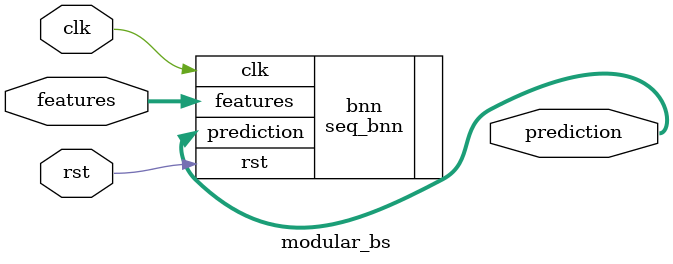
<source format=v>
`ifndef DUTNAME
`define DUTNAME modular_bs
parameter FEAT_CNT = 4;
parameter FEAT_BITS = 4;
parameter HIDDEN_CNT = 4;
parameter CLASS_CNT = 4;
`define WEIGHTS0 0
`define WEIGHTS1 0
`else
    `include `BSTRINGS
`endif
module `DUTNAME #(
`ifdef PARAMS
`include `PARAMS
`endif
  ) (
  input clk,
  input rst,
  input [FEAT_CNT*FEAT_BITS-1:0] features,
  output [$clog2(CLASS_CNT)-1:0] prediction
  );

  localparam Weights0 = `WEIGHTS0 ;
  localparam Weights1 = `WEIGHTS1 ;

  seq_bnn #(.FEAT_CNT(FEAT_CNT),.FEAT_BITS(FEAT_BITS),.HIDDEN_CNT(HIDDEN_CNT),.CLASS_CNT(CLASS_CNT),.Weights0(Weights0),.Weights1(Weights1)) bnn (
    .clk(clk),
    .rst(rst),
    .features(features),
    .prediction(prediction)
  );

endmodule

</source>
